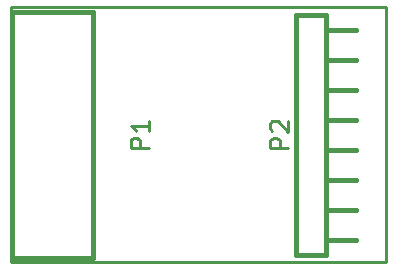
<source format=gto>
G04 (created by PCBNEW-RS274X (20100406 SVN-R2509)-final) date Tue 04 May 2010 02:57:58 PM PDT*
G01*
G70*
G90*
%MOIN*%
G04 Gerber Fmt 3.4, Leading zero omitted, Abs format*
%FSLAX34Y34*%
G04 APERTURE LIST*
%ADD10C,0.001000*%
%ADD11C,0.009000*%
%ADD12C,0.015000*%
%ADD13C,0.010000*%
G04 APERTURE END LIST*
G54D10*
G54D11*
X64750Y-36750D02*
X52250Y-36750D01*
X64750Y-45250D02*
X64750Y-36750D01*
X52250Y-45250D02*
X64750Y-45250D01*
X52250Y-36750D02*
X52250Y-45250D01*
G54D12*
X62750Y-37500D02*
X63750Y-37500D01*
X62750Y-38500D02*
X63750Y-38500D01*
X62750Y-39500D02*
X63750Y-39500D01*
X62750Y-40500D02*
X63750Y-40500D01*
X62750Y-41500D02*
X63750Y-41500D01*
X62750Y-42500D02*
X63750Y-42500D01*
X62750Y-43500D02*
X63750Y-43500D01*
X62750Y-44500D02*
X63750Y-44500D01*
X61750Y-45000D02*
X62750Y-45000D01*
X62750Y-45000D02*
X62750Y-37000D01*
X62750Y-37000D02*
X61750Y-37000D01*
X61750Y-37000D02*
X61750Y-45000D01*
X52300Y-45100D02*
X52300Y-36900D01*
X52300Y-36900D02*
X55000Y-36900D01*
X55000Y-36900D02*
X55000Y-45100D01*
X55000Y-45100D02*
X52300Y-45100D01*
G54D13*
X61493Y-41442D02*
X60893Y-41442D01*
X60893Y-41214D01*
X60921Y-41156D01*
X60950Y-41128D01*
X61007Y-41099D01*
X61093Y-41099D01*
X61150Y-41128D01*
X61179Y-41156D01*
X61207Y-41214D01*
X61207Y-41442D01*
X60950Y-40871D02*
X60921Y-40842D01*
X60893Y-40785D01*
X60893Y-40642D01*
X60921Y-40585D01*
X60950Y-40556D01*
X61007Y-40528D01*
X61064Y-40528D01*
X61150Y-40556D01*
X61493Y-40899D01*
X61493Y-40528D01*
X56843Y-41442D02*
X56243Y-41442D01*
X56243Y-41214D01*
X56271Y-41156D01*
X56300Y-41128D01*
X56357Y-41099D01*
X56443Y-41099D01*
X56500Y-41128D01*
X56529Y-41156D01*
X56557Y-41214D01*
X56557Y-41442D01*
X56843Y-40528D02*
X56843Y-40871D01*
X56843Y-40699D02*
X56243Y-40699D01*
X56329Y-40756D01*
X56386Y-40814D01*
X56414Y-40871D01*
M02*

</source>
